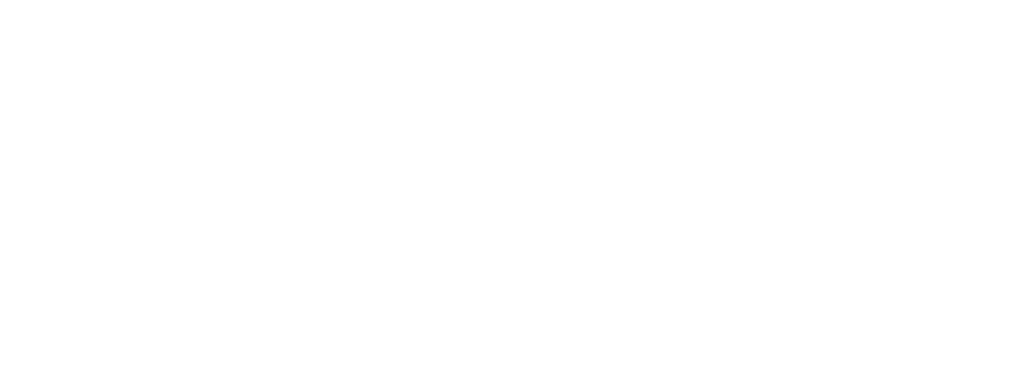
<source format=kicad_sch>
(kicad_sch (version 20230121) (generator eeschema)
  (paper "User" 2499.99 899.998)
  (lib_symbols)
)
</source>
